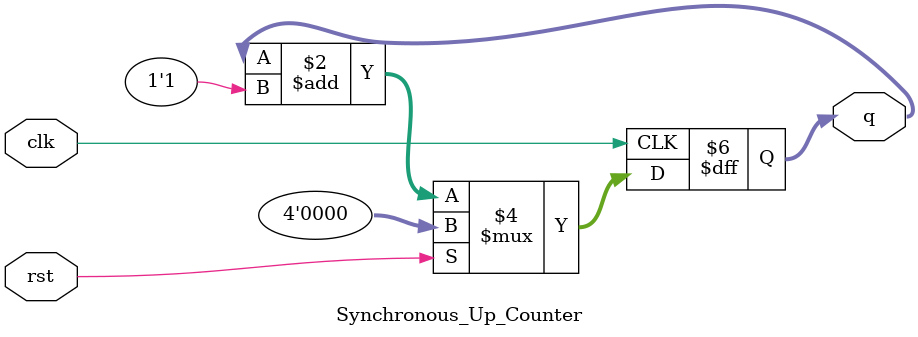
<source format=v>
module Synchronous_Up_Counter (
    input  wire clk,        
    input  wire rst,        
    output reg  [3:0] q     
);

always @(posedge clk) begin
    if (rst)
        q <= 4'b0000;       
    else
        q <= q + 1'b1;      
end

endmodule

</source>
